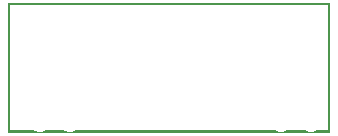
<source format=gbo>
G04 MADE WITH FRITZING*
G04 WWW.FRITZING.ORG*
G04 DOUBLE SIDED*
G04 HOLES PLATED*
G04 CONTOUR ON CENTER OF CONTOUR VECTOR*
%ASAXBY*%
%FSLAX23Y23*%
%MOIN*%
%OFA0B0*%
%SFA1.0B1.0*%
%ADD10R,0.001000X0.001000*%
%LNSILK0*%
G90*
G70*
G54D10*
X0Y433D02*
X1073Y433D01*
X0Y432D02*
X1073Y432D01*
X0Y431D02*
X1073Y431D01*
X0Y430D02*
X1073Y430D01*
X0Y429D02*
X1073Y429D01*
X0Y428D02*
X1073Y428D01*
X0Y427D02*
X1073Y427D01*
X0Y426D02*
X1073Y426D01*
X0Y425D02*
X7Y425D01*
X1066Y425D02*
X1073Y425D01*
X0Y424D02*
X7Y424D01*
X1066Y424D02*
X1073Y424D01*
X0Y423D02*
X7Y423D01*
X1066Y423D02*
X1073Y423D01*
X0Y422D02*
X7Y422D01*
X1066Y422D02*
X1073Y422D01*
X0Y421D02*
X7Y421D01*
X1066Y421D02*
X1073Y421D01*
X0Y420D02*
X7Y420D01*
X1066Y420D02*
X1073Y420D01*
X0Y419D02*
X7Y419D01*
X1066Y419D02*
X1073Y419D01*
X0Y418D02*
X7Y418D01*
X1066Y418D02*
X1073Y418D01*
X0Y417D02*
X7Y417D01*
X1066Y417D02*
X1073Y417D01*
X0Y416D02*
X7Y416D01*
X1066Y416D02*
X1073Y416D01*
X0Y415D02*
X7Y415D01*
X1066Y415D02*
X1073Y415D01*
X0Y414D02*
X7Y414D01*
X1066Y414D02*
X1073Y414D01*
X0Y413D02*
X7Y413D01*
X1066Y413D02*
X1073Y413D01*
X0Y412D02*
X7Y412D01*
X1066Y412D02*
X1073Y412D01*
X0Y411D02*
X7Y411D01*
X1066Y411D02*
X1073Y411D01*
X0Y410D02*
X7Y410D01*
X1066Y410D02*
X1073Y410D01*
X0Y409D02*
X7Y409D01*
X1066Y409D02*
X1073Y409D01*
X0Y408D02*
X7Y408D01*
X1066Y408D02*
X1073Y408D01*
X0Y407D02*
X7Y407D01*
X1066Y407D02*
X1073Y407D01*
X0Y406D02*
X7Y406D01*
X1066Y406D02*
X1073Y406D01*
X0Y405D02*
X7Y405D01*
X1066Y405D02*
X1073Y405D01*
X0Y404D02*
X7Y404D01*
X1066Y404D02*
X1073Y404D01*
X0Y403D02*
X7Y403D01*
X1066Y403D02*
X1073Y403D01*
X0Y402D02*
X7Y402D01*
X1066Y402D02*
X1073Y402D01*
X0Y401D02*
X7Y401D01*
X1066Y401D02*
X1073Y401D01*
X0Y400D02*
X7Y400D01*
X1066Y400D02*
X1073Y400D01*
X0Y399D02*
X7Y399D01*
X1066Y399D02*
X1073Y399D01*
X0Y398D02*
X7Y398D01*
X1066Y398D02*
X1073Y398D01*
X0Y397D02*
X7Y397D01*
X1066Y397D02*
X1073Y397D01*
X0Y396D02*
X7Y396D01*
X1066Y396D02*
X1073Y396D01*
X0Y395D02*
X7Y395D01*
X1066Y395D02*
X1073Y395D01*
X0Y394D02*
X7Y394D01*
X1066Y394D02*
X1073Y394D01*
X0Y393D02*
X7Y393D01*
X1066Y393D02*
X1073Y393D01*
X0Y392D02*
X7Y392D01*
X1066Y392D02*
X1073Y392D01*
X0Y391D02*
X7Y391D01*
X1066Y391D02*
X1073Y391D01*
X0Y390D02*
X7Y390D01*
X1066Y390D02*
X1073Y390D01*
X0Y389D02*
X7Y389D01*
X1066Y389D02*
X1073Y389D01*
X0Y388D02*
X7Y388D01*
X1066Y388D02*
X1073Y388D01*
X0Y387D02*
X7Y387D01*
X1066Y387D02*
X1073Y387D01*
X0Y386D02*
X7Y386D01*
X1066Y386D02*
X1073Y386D01*
X0Y385D02*
X7Y385D01*
X1066Y385D02*
X1073Y385D01*
X0Y384D02*
X7Y384D01*
X1066Y384D02*
X1073Y384D01*
X0Y383D02*
X7Y383D01*
X1066Y383D02*
X1073Y383D01*
X0Y382D02*
X7Y382D01*
X1066Y382D02*
X1073Y382D01*
X0Y381D02*
X7Y381D01*
X1066Y381D02*
X1073Y381D01*
X0Y380D02*
X7Y380D01*
X1066Y380D02*
X1073Y380D01*
X0Y379D02*
X7Y379D01*
X1066Y379D02*
X1073Y379D01*
X0Y378D02*
X7Y378D01*
X1066Y378D02*
X1073Y378D01*
X0Y377D02*
X7Y377D01*
X1066Y377D02*
X1073Y377D01*
X0Y376D02*
X7Y376D01*
X1066Y376D02*
X1073Y376D01*
X0Y375D02*
X7Y375D01*
X1066Y375D02*
X1073Y375D01*
X0Y374D02*
X7Y374D01*
X1066Y374D02*
X1073Y374D01*
X0Y373D02*
X7Y373D01*
X1066Y373D02*
X1073Y373D01*
X0Y372D02*
X7Y372D01*
X1066Y372D02*
X1073Y372D01*
X0Y371D02*
X7Y371D01*
X1066Y371D02*
X1073Y371D01*
X0Y370D02*
X7Y370D01*
X1066Y370D02*
X1073Y370D01*
X0Y369D02*
X7Y369D01*
X1066Y369D02*
X1073Y369D01*
X0Y368D02*
X7Y368D01*
X1066Y368D02*
X1073Y368D01*
X0Y367D02*
X7Y367D01*
X1066Y367D02*
X1073Y367D01*
X0Y366D02*
X7Y366D01*
X1066Y366D02*
X1073Y366D01*
X0Y365D02*
X7Y365D01*
X1066Y365D02*
X1073Y365D01*
X0Y364D02*
X7Y364D01*
X1066Y364D02*
X1073Y364D01*
X0Y363D02*
X7Y363D01*
X1066Y363D02*
X1073Y363D01*
X0Y362D02*
X7Y362D01*
X1066Y362D02*
X1073Y362D01*
X0Y361D02*
X7Y361D01*
X1066Y361D02*
X1073Y361D01*
X0Y360D02*
X7Y360D01*
X1066Y360D02*
X1073Y360D01*
X0Y359D02*
X7Y359D01*
X1066Y359D02*
X1073Y359D01*
X0Y358D02*
X7Y358D01*
X1066Y358D02*
X1073Y358D01*
X0Y357D02*
X7Y357D01*
X1066Y357D02*
X1073Y357D01*
X0Y356D02*
X7Y356D01*
X1066Y356D02*
X1073Y356D01*
X0Y355D02*
X7Y355D01*
X1066Y355D02*
X1073Y355D01*
X0Y354D02*
X7Y354D01*
X1066Y354D02*
X1073Y354D01*
X0Y353D02*
X7Y353D01*
X1066Y353D02*
X1073Y353D01*
X0Y352D02*
X7Y352D01*
X1066Y352D02*
X1073Y352D01*
X0Y351D02*
X7Y351D01*
X1066Y351D02*
X1073Y351D01*
X0Y350D02*
X7Y350D01*
X1066Y350D02*
X1073Y350D01*
X0Y349D02*
X7Y349D01*
X1066Y349D02*
X1073Y349D01*
X0Y348D02*
X7Y348D01*
X1066Y348D02*
X1073Y348D01*
X0Y347D02*
X7Y347D01*
X1066Y347D02*
X1073Y347D01*
X0Y346D02*
X7Y346D01*
X1066Y346D02*
X1073Y346D01*
X0Y345D02*
X7Y345D01*
X1066Y345D02*
X1073Y345D01*
X0Y344D02*
X7Y344D01*
X1066Y344D02*
X1073Y344D01*
X0Y343D02*
X7Y343D01*
X1066Y343D02*
X1073Y343D01*
X0Y342D02*
X7Y342D01*
X1066Y342D02*
X1073Y342D01*
X0Y341D02*
X7Y341D01*
X1066Y341D02*
X1073Y341D01*
X0Y340D02*
X7Y340D01*
X1066Y340D02*
X1073Y340D01*
X0Y339D02*
X7Y339D01*
X1066Y339D02*
X1073Y339D01*
X0Y338D02*
X7Y338D01*
X1066Y338D02*
X1073Y338D01*
X0Y337D02*
X7Y337D01*
X1066Y337D02*
X1073Y337D01*
X0Y336D02*
X7Y336D01*
X1066Y336D02*
X1073Y336D01*
X0Y335D02*
X7Y335D01*
X1066Y335D02*
X1073Y335D01*
X0Y334D02*
X7Y334D01*
X1066Y334D02*
X1073Y334D01*
X0Y333D02*
X7Y333D01*
X1066Y333D02*
X1073Y333D01*
X0Y332D02*
X7Y332D01*
X1066Y332D02*
X1073Y332D01*
X0Y331D02*
X7Y331D01*
X1066Y331D02*
X1073Y331D01*
X0Y330D02*
X7Y330D01*
X1066Y330D02*
X1073Y330D01*
X0Y329D02*
X7Y329D01*
X1066Y329D02*
X1073Y329D01*
X0Y328D02*
X7Y328D01*
X1066Y328D02*
X1073Y328D01*
X0Y327D02*
X7Y327D01*
X1066Y327D02*
X1073Y327D01*
X0Y326D02*
X7Y326D01*
X1066Y326D02*
X1073Y326D01*
X0Y325D02*
X7Y325D01*
X1066Y325D02*
X1073Y325D01*
X0Y324D02*
X7Y324D01*
X1066Y324D02*
X1073Y324D01*
X0Y323D02*
X7Y323D01*
X1066Y323D02*
X1073Y323D01*
X0Y322D02*
X7Y322D01*
X1066Y322D02*
X1073Y322D01*
X0Y321D02*
X7Y321D01*
X1066Y321D02*
X1073Y321D01*
X0Y320D02*
X7Y320D01*
X1066Y320D02*
X1073Y320D01*
X0Y319D02*
X7Y319D01*
X1066Y319D02*
X1073Y319D01*
X0Y318D02*
X7Y318D01*
X1066Y318D02*
X1073Y318D01*
X0Y317D02*
X7Y317D01*
X1066Y317D02*
X1073Y317D01*
X0Y316D02*
X7Y316D01*
X1066Y316D02*
X1073Y316D01*
X0Y315D02*
X7Y315D01*
X1066Y315D02*
X1073Y315D01*
X0Y314D02*
X7Y314D01*
X1066Y314D02*
X1073Y314D01*
X0Y313D02*
X7Y313D01*
X1066Y313D02*
X1073Y313D01*
X0Y312D02*
X7Y312D01*
X1066Y312D02*
X1073Y312D01*
X0Y311D02*
X7Y311D01*
X1066Y311D02*
X1073Y311D01*
X0Y310D02*
X7Y310D01*
X1066Y310D02*
X1073Y310D01*
X0Y309D02*
X7Y309D01*
X1066Y309D02*
X1073Y309D01*
X0Y308D02*
X7Y308D01*
X1066Y308D02*
X1073Y308D01*
X0Y307D02*
X7Y307D01*
X1066Y307D02*
X1073Y307D01*
X0Y306D02*
X7Y306D01*
X1066Y306D02*
X1073Y306D01*
X0Y305D02*
X7Y305D01*
X1066Y305D02*
X1073Y305D01*
X0Y304D02*
X7Y304D01*
X1066Y304D02*
X1073Y304D01*
X0Y303D02*
X7Y303D01*
X1066Y303D02*
X1073Y303D01*
X0Y302D02*
X7Y302D01*
X1066Y302D02*
X1073Y302D01*
X0Y301D02*
X7Y301D01*
X1066Y301D02*
X1073Y301D01*
X0Y300D02*
X7Y300D01*
X1066Y300D02*
X1073Y300D01*
X0Y299D02*
X7Y299D01*
X1066Y299D02*
X1073Y299D01*
X0Y298D02*
X7Y298D01*
X1066Y298D02*
X1073Y298D01*
X0Y297D02*
X7Y297D01*
X1066Y297D02*
X1073Y297D01*
X0Y296D02*
X7Y296D01*
X1066Y296D02*
X1073Y296D01*
X0Y295D02*
X7Y295D01*
X1066Y295D02*
X1073Y295D01*
X0Y294D02*
X7Y294D01*
X1066Y294D02*
X1073Y294D01*
X0Y293D02*
X7Y293D01*
X1066Y293D02*
X1073Y293D01*
X0Y292D02*
X7Y292D01*
X1066Y292D02*
X1073Y292D01*
X0Y291D02*
X7Y291D01*
X1066Y291D02*
X1073Y291D01*
X0Y290D02*
X7Y290D01*
X1066Y290D02*
X1073Y290D01*
X0Y289D02*
X7Y289D01*
X1066Y289D02*
X1073Y289D01*
X0Y288D02*
X7Y288D01*
X1066Y288D02*
X1073Y288D01*
X0Y287D02*
X7Y287D01*
X1066Y287D02*
X1073Y287D01*
X0Y286D02*
X7Y286D01*
X1066Y286D02*
X1073Y286D01*
X0Y285D02*
X7Y285D01*
X1066Y285D02*
X1073Y285D01*
X0Y284D02*
X7Y284D01*
X1066Y284D02*
X1073Y284D01*
X0Y283D02*
X7Y283D01*
X1066Y283D02*
X1073Y283D01*
X0Y282D02*
X7Y282D01*
X1066Y282D02*
X1073Y282D01*
X0Y281D02*
X7Y281D01*
X1066Y281D02*
X1073Y281D01*
X0Y280D02*
X7Y280D01*
X1066Y280D02*
X1073Y280D01*
X0Y279D02*
X7Y279D01*
X1066Y279D02*
X1073Y279D01*
X0Y278D02*
X7Y278D01*
X1066Y278D02*
X1073Y278D01*
X0Y277D02*
X7Y277D01*
X1066Y277D02*
X1073Y277D01*
X0Y276D02*
X7Y276D01*
X1066Y276D02*
X1073Y276D01*
X0Y275D02*
X7Y275D01*
X1066Y275D02*
X1073Y275D01*
X0Y274D02*
X7Y274D01*
X1066Y274D02*
X1073Y274D01*
X0Y273D02*
X7Y273D01*
X1066Y273D02*
X1073Y273D01*
X0Y272D02*
X7Y272D01*
X1066Y272D02*
X1073Y272D01*
X0Y271D02*
X7Y271D01*
X1066Y271D02*
X1073Y271D01*
X0Y270D02*
X7Y270D01*
X1066Y270D02*
X1073Y270D01*
X0Y269D02*
X7Y269D01*
X1066Y269D02*
X1073Y269D01*
X0Y268D02*
X7Y268D01*
X1066Y268D02*
X1073Y268D01*
X0Y267D02*
X7Y267D01*
X1066Y267D02*
X1073Y267D01*
X0Y266D02*
X7Y266D01*
X1066Y266D02*
X1073Y266D01*
X0Y265D02*
X7Y265D01*
X1066Y265D02*
X1073Y265D01*
X0Y264D02*
X7Y264D01*
X1066Y264D02*
X1073Y264D01*
X0Y263D02*
X7Y263D01*
X1066Y263D02*
X1073Y263D01*
X0Y262D02*
X7Y262D01*
X1066Y262D02*
X1073Y262D01*
X0Y261D02*
X7Y261D01*
X1066Y261D02*
X1073Y261D01*
X0Y260D02*
X7Y260D01*
X1066Y260D02*
X1073Y260D01*
X0Y259D02*
X7Y259D01*
X1066Y259D02*
X1073Y259D01*
X0Y258D02*
X7Y258D01*
X1066Y258D02*
X1073Y258D01*
X0Y257D02*
X7Y257D01*
X1066Y257D02*
X1073Y257D01*
X0Y256D02*
X7Y256D01*
X1066Y256D02*
X1073Y256D01*
X0Y255D02*
X7Y255D01*
X1066Y255D02*
X1073Y255D01*
X0Y254D02*
X7Y254D01*
X1066Y254D02*
X1073Y254D01*
X0Y253D02*
X7Y253D01*
X1066Y253D02*
X1073Y253D01*
X0Y252D02*
X7Y252D01*
X1066Y252D02*
X1073Y252D01*
X0Y251D02*
X7Y251D01*
X1066Y251D02*
X1073Y251D01*
X0Y250D02*
X7Y250D01*
X1066Y250D02*
X1073Y250D01*
X0Y249D02*
X7Y249D01*
X1066Y249D02*
X1073Y249D01*
X0Y248D02*
X7Y248D01*
X1066Y248D02*
X1073Y248D01*
X0Y247D02*
X7Y247D01*
X1066Y247D02*
X1073Y247D01*
X0Y246D02*
X7Y246D01*
X1066Y246D02*
X1073Y246D01*
X0Y245D02*
X7Y245D01*
X1066Y245D02*
X1073Y245D01*
X0Y244D02*
X7Y244D01*
X1066Y244D02*
X1073Y244D01*
X0Y243D02*
X7Y243D01*
X1066Y243D02*
X1073Y243D01*
X0Y242D02*
X7Y242D01*
X1066Y242D02*
X1073Y242D01*
X0Y241D02*
X7Y241D01*
X1066Y241D02*
X1073Y241D01*
X0Y240D02*
X7Y240D01*
X1066Y240D02*
X1073Y240D01*
X0Y239D02*
X7Y239D01*
X1066Y239D02*
X1073Y239D01*
X0Y238D02*
X7Y238D01*
X1066Y238D02*
X1073Y238D01*
X0Y237D02*
X7Y237D01*
X1066Y237D02*
X1073Y237D01*
X0Y236D02*
X7Y236D01*
X1066Y236D02*
X1073Y236D01*
X0Y235D02*
X7Y235D01*
X1066Y235D02*
X1073Y235D01*
X0Y234D02*
X7Y234D01*
X1066Y234D02*
X1073Y234D01*
X0Y233D02*
X7Y233D01*
X1066Y233D02*
X1073Y233D01*
X0Y232D02*
X7Y232D01*
X1066Y232D02*
X1073Y232D01*
X0Y231D02*
X7Y231D01*
X1066Y231D02*
X1073Y231D01*
X0Y230D02*
X7Y230D01*
X1066Y230D02*
X1073Y230D01*
X0Y229D02*
X7Y229D01*
X1066Y229D02*
X1073Y229D01*
X0Y228D02*
X7Y228D01*
X1066Y228D02*
X1073Y228D01*
X0Y227D02*
X7Y227D01*
X1066Y227D02*
X1073Y227D01*
X0Y226D02*
X7Y226D01*
X1066Y226D02*
X1073Y226D01*
X0Y225D02*
X7Y225D01*
X1066Y225D02*
X1073Y225D01*
X0Y224D02*
X7Y224D01*
X1066Y224D02*
X1073Y224D01*
X0Y223D02*
X7Y223D01*
X1066Y223D02*
X1073Y223D01*
X0Y222D02*
X7Y222D01*
X1066Y222D02*
X1073Y222D01*
X0Y221D02*
X7Y221D01*
X1066Y221D02*
X1073Y221D01*
X0Y220D02*
X7Y220D01*
X1066Y220D02*
X1073Y220D01*
X0Y219D02*
X7Y219D01*
X1066Y219D02*
X1073Y219D01*
X0Y218D02*
X7Y218D01*
X1066Y218D02*
X1073Y218D01*
X0Y217D02*
X7Y217D01*
X1066Y217D02*
X1073Y217D01*
X0Y216D02*
X7Y216D01*
X1066Y216D02*
X1073Y216D01*
X0Y215D02*
X7Y215D01*
X1066Y215D02*
X1073Y215D01*
X0Y214D02*
X7Y214D01*
X1066Y214D02*
X1073Y214D01*
X0Y213D02*
X7Y213D01*
X1066Y213D02*
X1073Y213D01*
X0Y212D02*
X7Y212D01*
X1066Y212D02*
X1073Y212D01*
X0Y211D02*
X7Y211D01*
X1066Y211D02*
X1073Y211D01*
X0Y210D02*
X7Y210D01*
X1066Y210D02*
X1073Y210D01*
X0Y209D02*
X7Y209D01*
X1066Y209D02*
X1073Y209D01*
X0Y208D02*
X7Y208D01*
X1066Y208D02*
X1073Y208D01*
X0Y207D02*
X7Y207D01*
X1066Y207D02*
X1073Y207D01*
X0Y206D02*
X7Y206D01*
X1066Y206D02*
X1073Y206D01*
X0Y205D02*
X7Y205D01*
X1066Y205D02*
X1073Y205D01*
X0Y204D02*
X7Y204D01*
X1066Y204D02*
X1073Y204D01*
X0Y203D02*
X7Y203D01*
X1066Y203D02*
X1073Y203D01*
X0Y202D02*
X7Y202D01*
X1066Y202D02*
X1073Y202D01*
X0Y201D02*
X7Y201D01*
X1066Y201D02*
X1073Y201D01*
X0Y200D02*
X7Y200D01*
X1066Y200D02*
X1073Y200D01*
X0Y199D02*
X7Y199D01*
X1066Y199D02*
X1073Y199D01*
X0Y198D02*
X7Y198D01*
X1066Y198D02*
X1073Y198D01*
X0Y197D02*
X7Y197D01*
X1066Y197D02*
X1073Y197D01*
X0Y196D02*
X7Y196D01*
X1066Y196D02*
X1073Y196D01*
X0Y195D02*
X7Y195D01*
X1066Y195D02*
X1073Y195D01*
X0Y194D02*
X7Y194D01*
X1066Y194D02*
X1073Y194D01*
X0Y193D02*
X7Y193D01*
X1066Y193D02*
X1073Y193D01*
X0Y192D02*
X7Y192D01*
X1066Y192D02*
X1073Y192D01*
X0Y191D02*
X7Y191D01*
X1066Y191D02*
X1073Y191D01*
X0Y190D02*
X7Y190D01*
X1066Y190D02*
X1073Y190D01*
X0Y189D02*
X7Y189D01*
X1066Y189D02*
X1073Y189D01*
X0Y188D02*
X7Y188D01*
X1066Y188D02*
X1073Y188D01*
X0Y187D02*
X7Y187D01*
X1066Y187D02*
X1073Y187D01*
X0Y186D02*
X7Y186D01*
X1066Y186D02*
X1073Y186D01*
X0Y185D02*
X7Y185D01*
X1066Y185D02*
X1073Y185D01*
X0Y184D02*
X7Y184D01*
X1066Y184D02*
X1073Y184D01*
X0Y183D02*
X7Y183D01*
X1066Y183D02*
X1073Y183D01*
X0Y182D02*
X7Y182D01*
X1066Y182D02*
X1073Y182D01*
X0Y181D02*
X7Y181D01*
X1066Y181D02*
X1073Y181D01*
X0Y180D02*
X7Y180D01*
X1066Y180D02*
X1073Y180D01*
X0Y179D02*
X7Y179D01*
X1066Y179D02*
X1073Y179D01*
X0Y178D02*
X7Y178D01*
X1066Y178D02*
X1073Y178D01*
X0Y177D02*
X7Y177D01*
X1066Y177D02*
X1073Y177D01*
X0Y176D02*
X7Y176D01*
X1066Y176D02*
X1073Y176D01*
X0Y175D02*
X7Y175D01*
X1066Y175D02*
X1073Y175D01*
X0Y174D02*
X7Y174D01*
X1066Y174D02*
X1073Y174D01*
X0Y173D02*
X7Y173D01*
X1066Y173D02*
X1073Y173D01*
X0Y172D02*
X7Y172D01*
X1066Y172D02*
X1073Y172D01*
X0Y171D02*
X7Y171D01*
X1066Y171D02*
X1073Y171D01*
X0Y170D02*
X7Y170D01*
X1066Y170D02*
X1073Y170D01*
X0Y169D02*
X7Y169D01*
X1066Y169D02*
X1073Y169D01*
X0Y168D02*
X7Y168D01*
X1066Y168D02*
X1073Y168D01*
X0Y167D02*
X7Y167D01*
X1066Y167D02*
X1073Y167D01*
X0Y166D02*
X7Y166D01*
X1066Y166D02*
X1073Y166D01*
X0Y165D02*
X7Y165D01*
X1066Y165D02*
X1073Y165D01*
X0Y164D02*
X7Y164D01*
X1066Y164D02*
X1073Y164D01*
X0Y163D02*
X7Y163D01*
X1066Y163D02*
X1073Y163D01*
X0Y162D02*
X7Y162D01*
X1066Y162D02*
X1073Y162D01*
X0Y161D02*
X7Y161D01*
X1066Y161D02*
X1073Y161D01*
X0Y160D02*
X7Y160D01*
X1066Y160D02*
X1073Y160D01*
X0Y159D02*
X7Y159D01*
X1066Y159D02*
X1073Y159D01*
X0Y158D02*
X7Y158D01*
X1066Y158D02*
X1073Y158D01*
X0Y157D02*
X7Y157D01*
X1066Y157D02*
X1073Y157D01*
X0Y156D02*
X7Y156D01*
X1066Y156D02*
X1073Y156D01*
X0Y155D02*
X7Y155D01*
X1066Y155D02*
X1073Y155D01*
X0Y154D02*
X7Y154D01*
X1066Y154D02*
X1073Y154D01*
X0Y153D02*
X7Y153D01*
X1066Y153D02*
X1073Y153D01*
X0Y152D02*
X7Y152D01*
X1066Y152D02*
X1073Y152D01*
X0Y151D02*
X7Y151D01*
X1066Y151D02*
X1073Y151D01*
X0Y150D02*
X7Y150D01*
X1066Y150D02*
X1073Y150D01*
X0Y149D02*
X7Y149D01*
X1066Y149D02*
X1073Y149D01*
X0Y148D02*
X7Y148D01*
X1066Y148D02*
X1073Y148D01*
X0Y147D02*
X7Y147D01*
X1066Y147D02*
X1073Y147D01*
X0Y146D02*
X7Y146D01*
X1066Y146D02*
X1073Y146D01*
X0Y145D02*
X7Y145D01*
X1066Y145D02*
X1073Y145D01*
X0Y144D02*
X7Y144D01*
X1066Y144D02*
X1073Y144D01*
X0Y143D02*
X7Y143D01*
X1066Y143D02*
X1073Y143D01*
X0Y142D02*
X7Y142D01*
X1066Y142D02*
X1073Y142D01*
X0Y141D02*
X7Y141D01*
X1066Y141D02*
X1073Y141D01*
X0Y140D02*
X7Y140D01*
X1066Y140D02*
X1073Y140D01*
X0Y139D02*
X7Y139D01*
X1066Y139D02*
X1073Y139D01*
X0Y138D02*
X7Y138D01*
X1066Y138D02*
X1073Y138D01*
X0Y137D02*
X7Y137D01*
X1066Y137D02*
X1073Y137D01*
X0Y136D02*
X7Y136D01*
X1066Y136D02*
X1073Y136D01*
X0Y135D02*
X7Y135D01*
X1066Y135D02*
X1073Y135D01*
X0Y134D02*
X7Y134D01*
X1066Y134D02*
X1073Y134D01*
X0Y133D02*
X7Y133D01*
X1066Y133D02*
X1073Y133D01*
X0Y132D02*
X7Y132D01*
X1066Y132D02*
X1073Y132D01*
X0Y131D02*
X7Y131D01*
X1066Y131D02*
X1073Y131D01*
X0Y130D02*
X7Y130D01*
X1066Y130D02*
X1073Y130D01*
X0Y129D02*
X7Y129D01*
X1066Y129D02*
X1073Y129D01*
X0Y128D02*
X7Y128D01*
X1066Y128D02*
X1073Y128D01*
X0Y127D02*
X7Y127D01*
X1066Y127D02*
X1073Y127D01*
X0Y126D02*
X7Y126D01*
X1066Y126D02*
X1073Y126D01*
X0Y125D02*
X7Y125D01*
X1066Y125D02*
X1073Y125D01*
X0Y124D02*
X7Y124D01*
X1066Y124D02*
X1073Y124D01*
X0Y123D02*
X7Y123D01*
X1066Y123D02*
X1073Y123D01*
X0Y122D02*
X7Y122D01*
X1066Y122D02*
X1073Y122D01*
X0Y121D02*
X7Y121D01*
X1066Y121D02*
X1073Y121D01*
X0Y120D02*
X7Y120D01*
X1066Y120D02*
X1073Y120D01*
X0Y119D02*
X7Y119D01*
X1066Y119D02*
X1073Y119D01*
X0Y118D02*
X7Y118D01*
X1066Y118D02*
X1073Y118D01*
X0Y117D02*
X7Y117D01*
X1066Y117D02*
X1073Y117D01*
X0Y116D02*
X7Y116D01*
X1066Y116D02*
X1073Y116D01*
X0Y115D02*
X7Y115D01*
X1066Y115D02*
X1073Y115D01*
X0Y114D02*
X7Y114D01*
X1066Y114D02*
X1073Y114D01*
X0Y113D02*
X7Y113D01*
X1066Y113D02*
X1073Y113D01*
X0Y112D02*
X7Y112D01*
X1066Y112D02*
X1073Y112D01*
X0Y111D02*
X7Y111D01*
X1066Y111D02*
X1073Y111D01*
X0Y110D02*
X7Y110D01*
X1066Y110D02*
X1073Y110D01*
X0Y109D02*
X7Y109D01*
X1066Y109D02*
X1073Y109D01*
X0Y108D02*
X7Y108D01*
X1066Y108D02*
X1073Y108D01*
X0Y107D02*
X7Y107D01*
X1066Y107D02*
X1073Y107D01*
X0Y106D02*
X7Y106D01*
X1066Y106D02*
X1073Y106D01*
X0Y105D02*
X7Y105D01*
X1066Y105D02*
X1073Y105D01*
X0Y104D02*
X7Y104D01*
X1066Y104D02*
X1073Y104D01*
X0Y103D02*
X7Y103D01*
X1066Y103D02*
X1073Y103D01*
X0Y102D02*
X7Y102D01*
X1066Y102D02*
X1073Y102D01*
X0Y101D02*
X7Y101D01*
X1066Y101D02*
X1073Y101D01*
X0Y100D02*
X7Y100D01*
X1066Y100D02*
X1073Y100D01*
X0Y99D02*
X7Y99D01*
X1066Y99D02*
X1073Y99D01*
X0Y98D02*
X7Y98D01*
X1066Y98D02*
X1073Y98D01*
X0Y97D02*
X7Y97D01*
X1066Y97D02*
X1073Y97D01*
X0Y96D02*
X7Y96D01*
X1066Y96D02*
X1073Y96D01*
X0Y95D02*
X7Y95D01*
X1066Y95D02*
X1073Y95D01*
X0Y94D02*
X7Y94D01*
X1066Y94D02*
X1073Y94D01*
X0Y93D02*
X7Y93D01*
X1066Y93D02*
X1073Y93D01*
X0Y92D02*
X7Y92D01*
X1066Y92D02*
X1073Y92D01*
X0Y91D02*
X7Y91D01*
X1066Y91D02*
X1073Y91D01*
X0Y90D02*
X7Y90D01*
X1066Y90D02*
X1073Y90D01*
X0Y89D02*
X7Y89D01*
X1066Y89D02*
X1073Y89D01*
X0Y88D02*
X7Y88D01*
X1066Y88D02*
X1073Y88D01*
X0Y87D02*
X7Y87D01*
X1066Y87D02*
X1073Y87D01*
X0Y86D02*
X7Y86D01*
X1066Y86D02*
X1073Y86D01*
X0Y85D02*
X7Y85D01*
X1066Y85D02*
X1073Y85D01*
X0Y84D02*
X7Y84D01*
X1066Y84D02*
X1073Y84D01*
X0Y83D02*
X7Y83D01*
X1066Y83D02*
X1073Y83D01*
X0Y82D02*
X7Y82D01*
X1066Y82D02*
X1073Y82D01*
X0Y81D02*
X7Y81D01*
X1066Y81D02*
X1073Y81D01*
X0Y80D02*
X7Y80D01*
X1066Y80D02*
X1073Y80D01*
X0Y79D02*
X7Y79D01*
X1066Y79D02*
X1073Y79D01*
X0Y78D02*
X7Y78D01*
X1066Y78D02*
X1073Y78D01*
X0Y77D02*
X7Y77D01*
X1066Y77D02*
X1073Y77D01*
X0Y76D02*
X7Y76D01*
X1066Y76D02*
X1073Y76D01*
X0Y75D02*
X7Y75D01*
X1066Y75D02*
X1073Y75D01*
X0Y74D02*
X7Y74D01*
X1066Y74D02*
X1073Y74D01*
X0Y73D02*
X7Y73D01*
X1066Y73D02*
X1073Y73D01*
X0Y72D02*
X7Y72D01*
X1066Y72D02*
X1073Y72D01*
X0Y71D02*
X7Y71D01*
X1066Y71D02*
X1073Y71D01*
X0Y70D02*
X7Y70D01*
X1066Y70D02*
X1073Y70D01*
X0Y69D02*
X7Y69D01*
X1066Y69D02*
X1073Y69D01*
X0Y68D02*
X7Y68D01*
X1066Y68D02*
X1073Y68D01*
X0Y67D02*
X7Y67D01*
X1066Y67D02*
X1073Y67D01*
X0Y66D02*
X7Y66D01*
X1066Y66D02*
X1073Y66D01*
X0Y65D02*
X7Y65D01*
X1066Y65D02*
X1073Y65D01*
X0Y64D02*
X7Y64D01*
X1066Y64D02*
X1073Y64D01*
X0Y63D02*
X7Y63D01*
X1066Y63D02*
X1073Y63D01*
X0Y62D02*
X7Y62D01*
X1066Y62D02*
X1073Y62D01*
X0Y61D02*
X7Y61D01*
X1066Y61D02*
X1073Y61D01*
X0Y60D02*
X7Y60D01*
X1066Y60D02*
X1073Y60D01*
X0Y59D02*
X7Y59D01*
X1066Y59D02*
X1073Y59D01*
X0Y58D02*
X7Y58D01*
X1066Y58D02*
X1073Y58D01*
X0Y57D02*
X7Y57D01*
X1066Y57D02*
X1073Y57D01*
X0Y56D02*
X7Y56D01*
X1066Y56D02*
X1073Y56D01*
X0Y55D02*
X7Y55D01*
X1066Y55D02*
X1073Y55D01*
X0Y54D02*
X7Y54D01*
X1066Y54D02*
X1073Y54D01*
X0Y53D02*
X7Y53D01*
X1066Y53D02*
X1073Y53D01*
X0Y52D02*
X7Y52D01*
X1066Y52D02*
X1073Y52D01*
X0Y51D02*
X7Y51D01*
X1066Y51D02*
X1073Y51D01*
X0Y50D02*
X7Y50D01*
X1066Y50D02*
X1073Y50D01*
X0Y49D02*
X7Y49D01*
X1066Y49D02*
X1073Y49D01*
X0Y48D02*
X7Y48D01*
X1066Y48D02*
X1073Y48D01*
X0Y47D02*
X7Y47D01*
X1066Y47D02*
X1073Y47D01*
X0Y46D02*
X7Y46D01*
X1066Y46D02*
X1073Y46D01*
X0Y45D02*
X7Y45D01*
X1066Y45D02*
X1073Y45D01*
X0Y44D02*
X7Y44D01*
X1066Y44D02*
X1073Y44D01*
X0Y43D02*
X7Y43D01*
X1066Y43D02*
X1073Y43D01*
X0Y42D02*
X7Y42D01*
X1066Y42D02*
X1073Y42D01*
X0Y41D02*
X7Y41D01*
X1066Y41D02*
X1073Y41D01*
X0Y40D02*
X7Y40D01*
X1066Y40D02*
X1073Y40D01*
X0Y39D02*
X7Y39D01*
X1066Y39D02*
X1073Y39D01*
X0Y38D02*
X7Y38D01*
X1066Y38D02*
X1073Y38D01*
X0Y37D02*
X7Y37D01*
X1066Y37D02*
X1073Y37D01*
X0Y36D02*
X7Y36D01*
X1066Y36D02*
X1073Y36D01*
X0Y35D02*
X7Y35D01*
X1066Y35D02*
X1073Y35D01*
X0Y34D02*
X7Y34D01*
X1066Y34D02*
X1073Y34D01*
X0Y33D02*
X7Y33D01*
X1066Y33D02*
X1073Y33D01*
X0Y32D02*
X7Y32D01*
X1066Y32D02*
X1073Y32D01*
X0Y31D02*
X7Y31D01*
X1066Y31D02*
X1073Y31D01*
X0Y30D02*
X7Y30D01*
X1066Y30D02*
X1073Y30D01*
X0Y29D02*
X7Y29D01*
X1066Y29D02*
X1073Y29D01*
X0Y28D02*
X7Y28D01*
X1066Y28D02*
X1073Y28D01*
X0Y27D02*
X7Y27D01*
X1066Y27D02*
X1073Y27D01*
X0Y26D02*
X7Y26D01*
X1066Y26D02*
X1073Y26D01*
X0Y25D02*
X7Y25D01*
X1066Y25D02*
X1073Y25D01*
X0Y24D02*
X7Y24D01*
X1066Y24D02*
X1073Y24D01*
X0Y23D02*
X7Y23D01*
X1066Y23D02*
X1073Y23D01*
X0Y22D02*
X7Y22D01*
X1066Y22D02*
X1073Y22D01*
X0Y21D02*
X7Y21D01*
X1066Y21D02*
X1073Y21D01*
X0Y20D02*
X7Y20D01*
X1066Y20D02*
X1073Y20D01*
X0Y19D02*
X7Y19D01*
X1066Y19D02*
X1073Y19D01*
X0Y18D02*
X7Y18D01*
X1066Y18D02*
X1073Y18D01*
X0Y17D02*
X7Y17D01*
X1066Y17D02*
X1073Y17D01*
X0Y16D02*
X7Y16D01*
X1066Y16D02*
X1073Y16D01*
X0Y15D02*
X7Y15D01*
X1066Y15D02*
X1073Y15D01*
X0Y14D02*
X7Y14D01*
X1066Y14D02*
X1073Y14D01*
X0Y13D02*
X7Y13D01*
X1066Y13D02*
X1073Y13D01*
X0Y12D02*
X7Y12D01*
X1066Y12D02*
X1073Y12D01*
X0Y11D02*
X7Y11D01*
X1066Y11D02*
X1073Y11D01*
X0Y10D02*
X7Y10D01*
X1066Y10D02*
X1073Y10D01*
X0Y9D02*
X7Y9D01*
X1066Y9D02*
X1073Y9D01*
X0Y8D02*
X87Y8D01*
X122Y8D02*
X187Y8D01*
X222Y8D02*
X891Y8D01*
X927Y8D02*
X991Y8D01*
X1026Y8D02*
X1073Y8D01*
X0Y7D02*
X89Y7D01*
X120Y7D02*
X189Y7D01*
X220Y7D02*
X893Y7D01*
X925Y7D02*
X993Y7D01*
X1024Y7D02*
X1073Y7D01*
X0Y6D02*
X91Y6D01*
X118Y6D02*
X191Y6D01*
X218Y6D02*
X896Y6D01*
X922Y6D02*
X996Y6D01*
X1022Y6D02*
X1073Y6D01*
X0Y5D02*
X94Y5D01*
X115Y5D02*
X194Y5D01*
X215Y5D02*
X899Y5D01*
X919Y5D02*
X998Y5D01*
X1019Y5D02*
X1073Y5D01*
X0Y4D02*
X98Y4D01*
X111Y4D02*
X198Y4D01*
X211Y4D02*
X903Y4D01*
X915Y4D02*
X1003Y4D01*
X1015Y4D02*
X1073Y4D01*
X0Y3D02*
X1073Y3D01*
X0Y2D02*
X1073Y2D01*
X0Y1D02*
X1073Y1D01*
D02*
G04 End of Silk0*
M02*
</source>
